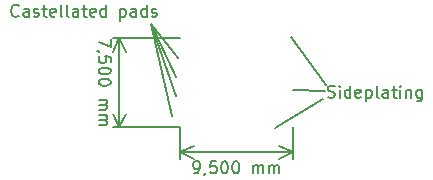
<source format=gbr>
G04 #@! TF.GenerationSoftware,KiCad,Pcbnew,(5.1.4)-1*
G04 #@! TF.CreationDate,2021-03-14T16:47:26+01:00*
G04 #@! TF.ProjectId,zepto_receiver_elrs,7a657074-6f5f-4726-9563-65697665725f,rev?*
G04 #@! TF.SameCoordinates,Original*
G04 #@! TF.FileFunction,Other,Comment*
%FSLAX46Y46*%
G04 Gerber Fmt 4.6, Leading zero omitted, Abs format (unit mm)*
G04 Created by KiCad (PCBNEW (5.1.4)-1) date 2021-03-14 16:47:26*
%MOMM*%
%LPD*%
G04 APERTURE LIST*
%ADD10C,0.150000*%
G04 APERTURE END LIST*
D10*
X117850000Y-49750000D02*
X119600000Y-57600000D01*
X117850000Y-49750000D02*
X119950000Y-55900000D01*
X117850000Y-49750000D02*
X119900000Y-54250000D01*
X117850000Y-49750000D02*
X120100000Y-52650000D01*
X106602380Y-49057142D02*
X106554761Y-49104761D01*
X106411904Y-49152380D01*
X106316666Y-49152380D01*
X106173809Y-49104761D01*
X106078571Y-49009523D01*
X106030952Y-48914285D01*
X105983333Y-48723809D01*
X105983333Y-48580952D01*
X106030952Y-48390476D01*
X106078571Y-48295238D01*
X106173809Y-48200000D01*
X106316666Y-48152380D01*
X106411904Y-48152380D01*
X106554761Y-48200000D01*
X106602380Y-48247619D01*
X107459523Y-49152380D02*
X107459523Y-48628571D01*
X107411904Y-48533333D01*
X107316666Y-48485714D01*
X107126190Y-48485714D01*
X107030952Y-48533333D01*
X107459523Y-49104761D02*
X107364285Y-49152380D01*
X107126190Y-49152380D01*
X107030952Y-49104761D01*
X106983333Y-49009523D01*
X106983333Y-48914285D01*
X107030952Y-48819047D01*
X107126190Y-48771428D01*
X107364285Y-48771428D01*
X107459523Y-48723809D01*
X107888095Y-49104761D02*
X107983333Y-49152380D01*
X108173809Y-49152380D01*
X108269047Y-49104761D01*
X108316666Y-49009523D01*
X108316666Y-48961904D01*
X108269047Y-48866666D01*
X108173809Y-48819047D01*
X108030952Y-48819047D01*
X107935714Y-48771428D01*
X107888095Y-48676190D01*
X107888095Y-48628571D01*
X107935714Y-48533333D01*
X108030952Y-48485714D01*
X108173809Y-48485714D01*
X108269047Y-48533333D01*
X108602380Y-48485714D02*
X108983333Y-48485714D01*
X108745238Y-48152380D02*
X108745238Y-49009523D01*
X108792857Y-49104761D01*
X108888095Y-49152380D01*
X108983333Y-49152380D01*
X109697619Y-49104761D02*
X109602380Y-49152380D01*
X109411904Y-49152380D01*
X109316666Y-49104761D01*
X109269047Y-49009523D01*
X109269047Y-48628571D01*
X109316666Y-48533333D01*
X109411904Y-48485714D01*
X109602380Y-48485714D01*
X109697619Y-48533333D01*
X109745238Y-48628571D01*
X109745238Y-48723809D01*
X109269047Y-48819047D01*
X110316666Y-49152380D02*
X110221428Y-49104761D01*
X110173809Y-49009523D01*
X110173809Y-48152380D01*
X110840476Y-49152380D02*
X110745238Y-49104761D01*
X110697619Y-49009523D01*
X110697619Y-48152380D01*
X111650000Y-49152380D02*
X111650000Y-48628571D01*
X111602380Y-48533333D01*
X111507142Y-48485714D01*
X111316666Y-48485714D01*
X111221428Y-48533333D01*
X111650000Y-49104761D02*
X111554761Y-49152380D01*
X111316666Y-49152380D01*
X111221428Y-49104761D01*
X111173809Y-49009523D01*
X111173809Y-48914285D01*
X111221428Y-48819047D01*
X111316666Y-48771428D01*
X111554761Y-48771428D01*
X111650000Y-48723809D01*
X111983333Y-48485714D02*
X112364285Y-48485714D01*
X112126190Y-48152380D02*
X112126190Y-49009523D01*
X112173809Y-49104761D01*
X112269047Y-49152380D01*
X112364285Y-49152380D01*
X113078571Y-49104761D02*
X112983333Y-49152380D01*
X112792857Y-49152380D01*
X112697619Y-49104761D01*
X112650000Y-49009523D01*
X112650000Y-48628571D01*
X112697619Y-48533333D01*
X112792857Y-48485714D01*
X112983333Y-48485714D01*
X113078571Y-48533333D01*
X113126190Y-48628571D01*
X113126190Y-48723809D01*
X112650000Y-48819047D01*
X113983333Y-49152380D02*
X113983333Y-48152380D01*
X113983333Y-49104761D02*
X113888095Y-49152380D01*
X113697619Y-49152380D01*
X113602380Y-49104761D01*
X113554761Y-49057142D01*
X113507142Y-48961904D01*
X113507142Y-48676190D01*
X113554761Y-48580952D01*
X113602380Y-48533333D01*
X113697619Y-48485714D01*
X113888095Y-48485714D01*
X113983333Y-48533333D01*
X115221428Y-48485714D02*
X115221428Y-49485714D01*
X115221428Y-48533333D02*
X115316666Y-48485714D01*
X115507142Y-48485714D01*
X115602380Y-48533333D01*
X115650000Y-48580952D01*
X115697619Y-48676190D01*
X115697619Y-48961904D01*
X115650000Y-49057142D01*
X115602380Y-49104761D01*
X115507142Y-49152380D01*
X115316666Y-49152380D01*
X115221428Y-49104761D01*
X116554761Y-49152380D02*
X116554761Y-48628571D01*
X116507142Y-48533333D01*
X116411904Y-48485714D01*
X116221428Y-48485714D01*
X116126190Y-48533333D01*
X116554761Y-49104761D02*
X116459523Y-49152380D01*
X116221428Y-49152380D01*
X116126190Y-49104761D01*
X116078571Y-49009523D01*
X116078571Y-48914285D01*
X116126190Y-48819047D01*
X116221428Y-48771428D01*
X116459523Y-48771428D01*
X116554761Y-48723809D01*
X117459523Y-49152380D02*
X117459523Y-48152380D01*
X117459523Y-49104761D02*
X117364285Y-49152380D01*
X117173809Y-49152380D01*
X117078571Y-49104761D01*
X117030952Y-49057142D01*
X116983333Y-48961904D01*
X116983333Y-48676190D01*
X117030952Y-48580952D01*
X117078571Y-48533333D01*
X117173809Y-48485714D01*
X117364285Y-48485714D01*
X117459523Y-48533333D01*
X117888095Y-49104761D02*
X117983333Y-49152380D01*
X118173809Y-49152380D01*
X118269047Y-49104761D01*
X118316666Y-49009523D01*
X118316666Y-48961904D01*
X118269047Y-48866666D01*
X118173809Y-48819047D01*
X118030952Y-48819047D01*
X117935714Y-48771428D01*
X117888095Y-48676190D01*
X117888095Y-48628571D01*
X117935714Y-48533333D01*
X118030952Y-48485714D01*
X118173809Y-48485714D01*
X118269047Y-48533333D01*
X128350000Y-58550000D02*
X132400000Y-56100000D01*
X132550000Y-55450000D02*
X129850000Y-55350000D01*
X132600000Y-54900000D02*
X129650000Y-50850000D01*
X132800000Y-55954761D02*
X132942857Y-56002380D01*
X133180952Y-56002380D01*
X133276190Y-55954761D01*
X133323809Y-55907142D01*
X133371428Y-55811904D01*
X133371428Y-55716666D01*
X133323809Y-55621428D01*
X133276190Y-55573809D01*
X133180952Y-55526190D01*
X132990476Y-55478571D01*
X132895238Y-55430952D01*
X132847619Y-55383333D01*
X132800000Y-55288095D01*
X132800000Y-55192857D01*
X132847619Y-55097619D01*
X132895238Y-55050000D01*
X132990476Y-55002380D01*
X133228571Y-55002380D01*
X133371428Y-55050000D01*
X133800000Y-56002380D02*
X133800000Y-55335714D01*
X133800000Y-55002380D02*
X133752380Y-55050000D01*
X133800000Y-55097619D01*
X133847619Y-55050000D01*
X133800000Y-55002380D01*
X133800000Y-55097619D01*
X134704761Y-56002380D02*
X134704761Y-55002380D01*
X134704761Y-55954761D02*
X134609523Y-56002380D01*
X134419047Y-56002380D01*
X134323809Y-55954761D01*
X134276190Y-55907142D01*
X134228571Y-55811904D01*
X134228571Y-55526190D01*
X134276190Y-55430952D01*
X134323809Y-55383333D01*
X134419047Y-55335714D01*
X134609523Y-55335714D01*
X134704761Y-55383333D01*
X135561904Y-55954761D02*
X135466666Y-56002380D01*
X135276190Y-56002380D01*
X135180952Y-55954761D01*
X135133333Y-55859523D01*
X135133333Y-55478571D01*
X135180952Y-55383333D01*
X135276190Y-55335714D01*
X135466666Y-55335714D01*
X135561904Y-55383333D01*
X135609523Y-55478571D01*
X135609523Y-55573809D01*
X135133333Y-55669047D01*
X136038095Y-55335714D02*
X136038095Y-56335714D01*
X136038095Y-55383333D02*
X136133333Y-55335714D01*
X136323809Y-55335714D01*
X136419047Y-55383333D01*
X136466666Y-55430952D01*
X136514285Y-55526190D01*
X136514285Y-55811904D01*
X136466666Y-55907142D01*
X136419047Y-55954761D01*
X136323809Y-56002380D01*
X136133333Y-56002380D01*
X136038095Y-55954761D01*
X137085714Y-56002380D02*
X136990476Y-55954761D01*
X136942857Y-55859523D01*
X136942857Y-55002380D01*
X137895238Y-56002380D02*
X137895238Y-55478571D01*
X137847619Y-55383333D01*
X137752380Y-55335714D01*
X137561904Y-55335714D01*
X137466666Y-55383333D01*
X137895238Y-55954761D02*
X137800000Y-56002380D01*
X137561904Y-56002380D01*
X137466666Y-55954761D01*
X137419047Y-55859523D01*
X137419047Y-55764285D01*
X137466666Y-55669047D01*
X137561904Y-55621428D01*
X137800000Y-55621428D01*
X137895238Y-55573809D01*
X138228571Y-55335714D02*
X138609523Y-55335714D01*
X138371428Y-55002380D02*
X138371428Y-55859523D01*
X138419047Y-55954761D01*
X138514285Y-56002380D01*
X138609523Y-56002380D01*
X138942857Y-56002380D02*
X138942857Y-55335714D01*
X138942857Y-55002380D02*
X138895238Y-55050000D01*
X138942857Y-55097619D01*
X138990476Y-55050000D01*
X138942857Y-55002380D01*
X138942857Y-55097619D01*
X139419047Y-55335714D02*
X139419047Y-56002380D01*
X139419047Y-55430952D02*
X139466666Y-55383333D01*
X139561904Y-55335714D01*
X139704761Y-55335714D01*
X139800000Y-55383333D01*
X139847619Y-55478571D01*
X139847619Y-56002380D01*
X140752380Y-55335714D02*
X140752380Y-56145238D01*
X140704761Y-56240476D01*
X140657142Y-56288095D01*
X140561904Y-56335714D01*
X140419047Y-56335714D01*
X140323809Y-56288095D01*
X140752380Y-55954761D02*
X140657142Y-56002380D01*
X140466666Y-56002380D01*
X140371428Y-55954761D01*
X140323809Y-55907142D01*
X140276190Y-55811904D01*
X140276190Y-55526190D01*
X140323809Y-55430952D01*
X140371428Y-55383333D01*
X140466666Y-55335714D01*
X140657142Y-55335714D01*
X140752380Y-55383333D01*
X114397619Y-51035714D02*
X114397619Y-51702380D01*
X113397619Y-51273809D01*
X113445238Y-52130952D02*
X113397619Y-52130952D01*
X113302380Y-52083333D01*
X113254761Y-52035714D01*
X114397619Y-53035714D02*
X114397619Y-52559523D01*
X113921428Y-52511904D01*
X113969047Y-52559523D01*
X114016666Y-52654761D01*
X114016666Y-52892857D01*
X113969047Y-52988095D01*
X113921428Y-53035714D01*
X113826190Y-53083333D01*
X113588095Y-53083333D01*
X113492857Y-53035714D01*
X113445238Y-52988095D01*
X113397619Y-52892857D01*
X113397619Y-52654761D01*
X113445238Y-52559523D01*
X113492857Y-52511904D01*
X114397619Y-53702380D02*
X114397619Y-53797619D01*
X114350000Y-53892857D01*
X114302380Y-53940476D01*
X114207142Y-53988095D01*
X114016666Y-54035714D01*
X113778571Y-54035714D01*
X113588095Y-53988095D01*
X113492857Y-53940476D01*
X113445238Y-53892857D01*
X113397619Y-53797619D01*
X113397619Y-53702380D01*
X113445238Y-53607142D01*
X113492857Y-53559523D01*
X113588095Y-53511904D01*
X113778571Y-53464285D01*
X114016666Y-53464285D01*
X114207142Y-53511904D01*
X114302380Y-53559523D01*
X114350000Y-53607142D01*
X114397619Y-53702380D01*
X114397619Y-54654761D02*
X114397619Y-54750000D01*
X114350000Y-54845238D01*
X114302380Y-54892857D01*
X114207142Y-54940476D01*
X114016666Y-54988095D01*
X113778571Y-54988095D01*
X113588095Y-54940476D01*
X113492857Y-54892857D01*
X113445238Y-54845238D01*
X113397619Y-54750000D01*
X113397619Y-54654761D01*
X113445238Y-54559523D01*
X113492857Y-54511904D01*
X113588095Y-54464285D01*
X113778571Y-54416666D01*
X114016666Y-54416666D01*
X114207142Y-54464285D01*
X114302380Y-54511904D01*
X114350000Y-54559523D01*
X114397619Y-54654761D01*
X113397619Y-56178571D02*
X114064285Y-56178571D01*
X113969047Y-56178571D02*
X114016666Y-56226190D01*
X114064285Y-56321428D01*
X114064285Y-56464285D01*
X114016666Y-56559523D01*
X113921428Y-56607142D01*
X113397619Y-56607142D01*
X113921428Y-56607142D02*
X114016666Y-56654761D01*
X114064285Y-56750000D01*
X114064285Y-56892857D01*
X114016666Y-56988095D01*
X113921428Y-57035714D01*
X113397619Y-57035714D01*
X113397619Y-57511904D02*
X114064285Y-57511904D01*
X113969047Y-57511904D02*
X114016666Y-57559523D01*
X114064285Y-57654761D01*
X114064285Y-57797619D01*
X114016666Y-57892857D01*
X113921428Y-57940476D01*
X113397619Y-57940476D01*
X113921428Y-57940476D02*
X114016666Y-57988095D01*
X114064285Y-58083333D01*
X114064285Y-58226190D01*
X114016666Y-58321428D01*
X113921428Y-58369047D01*
X113397619Y-58369047D01*
X115150000Y-51000000D02*
X115150000Y-58500000D01*
X120300000Y-51000000D02*
X114563579Y-51000000D01*
X120300000Y-58500000D02*
X114563579Y-58500000D01*
X115150000Y-58500000D02*
X114563579Y-57373496D01*
X115150000Y-58500000D02*
X115736421Y-57373496D01*
X115150000Y-51000000D02*
X114563579Y-52126504D01*
X115150000Y-51000000D02*
X115736421Y-52126504D01*
X121478571Y-62402380D02*
X121669047Y-62402380D01*
X121764285Y-62354761D01*
X121811904Y-62307142D01*
X121907142Y-62164285D01*
X121954761Y-61973809D01*
X121954761Y-61592857D01*
X121907142Y-61497619D01*
X121859523Y-61450000D01*
X121764285Y-61402380D01*
X121573809Y-61402380D01*
X121478571Y-61450000D01*
X121430952Y-61497619D01*
X121383333Y-61592857D01*
X121383333Y-61830952D01*
X121430952Y-61926190D01*
X121478571Y-61973809D01*
X121573809Y-62021428D01*
X121764285Y-62021428D01*
X121859523Y-61973809D01*
X121907142Y-61926190D01*
X121954761Y-61830952D01*
X122430952Y-62354761D02*
X122430952Y-62402380D01*
X122383333Y-62497619D01*
X122335714Y-62545238D01*
X123335714Y-61402380D02*
X122859523Y-61402380D01*
X122811904Y-61878571D01*
X122859523Y-61830952D01*
X122954761Y-61783333D01*
X123192857Y-61783333D01*
X123288095Y-61830952D01*
X123335714Y-61878571D01*
X123383333Y-61973809D01*
X123383333Y-62211904D01*
X123335714Y-62307142D01*
X123288095Y-62354761D01*
X123192857Y-62402380D01*
X122954761Y-62402380D01*
X122859523Y-62354761D01*
X122811904Y-62307142D01*
X124002380Y-61402380D02*
X124097619Y-61402380D01*
X124192857Y-61450000D01*
X124240476Y-61497619D01*
X124288095Y-61592857D01*
X124335714Y-61783333D01*
X124335714Y-62021428D01*
X124288095Y-62211904D01*
X124240476Y-62307142D01*
X124192857Y-62354761D01*
X124097619Y-62402380D01*
X124002380Y-62402380D01*
X123907142Y-62354761D01*
X123859523Y-62307142D01*
X123811904Y-62211904D01*
X123764285Y-62021428D01*
X123764285Y-61783333D01*
X123811904Y-61592857D01*
X123859523Y-61497619D01*
X123907142Y-61450000D01*
X124002380Y-61402380D01*
X124954761Y-61402380D02*
X125050000Y-61402380D01*
X125145238Y-61450000D01*
X125192857Y-61497619D01*
X125240476Y-61592857D01*
X125288095Y-61783333D01*
X125288095Y-62021428D01*
X125240476Y-62211904D01*
X125192857Y-62307142D01*
X125145238Y-62354761D01*
X125050000Y-62402380D01*
X124954761Y-62402380D01*
X124859523Y-62354761D01*
X124811904Y-62307142D01*
X124764285Y-62211904D01*
X124716666Y-62021428D01*
X124716666Y-61783333D01*
X124764285Y-61592857D01*
X124811904Y-61497619D01*
X124859523Y-61450000D01*
X124954761Y-61402380D01*
X126478571Y-62402380D02*
X126478571Y-61735714D01*
X126478571Y-61830952D02*
X126526190Y-61783333D01*
X126621428Y-61735714D01*
X126764285Y-61735714D01*
X126859523Y-61783333D01*
X126907142Y-61878571D01*
X126907142Y-62402380D01*
X126907142Y-61878571D02*
X126954761Y-61783333D01*
X127050000Y-61735714D01*
X127192857Y-61735714D01*
X127288095Y-61783333D01*
X127335714Y-61878571D01*
X127335714Y-62402380D01*
X127811904Y-62402380D02*
X127811904Y-61735714D01*
X127811904Y-61830952D02*
X127859523Y-61783333D01*
X127954761Y-61735714D01*
X128097619Y-61735714D01*
X128192857Y-61783333D01*
X128240476Y-61878571D01*
X128240476Y-62402380D01*
X128240476Y-61878571D02*
X128288095Y-61783333D01*
X128383333Y-61735714D01*
X128526190Y-61735714D01*
X128621428Y-61783333D01*
X128669047Y-61878571D01*
X128669047Y-62402380D01*
X129800000Y-60650000D02*
X120300000Y-60650000D01*
X129800000Y-58500000D02*
X129800000Y-61236421D01*
X120300000Y-58500000D02*
X120300000Y-61236421D01*
X120300000Y-60650000D02*
X121426504Y-60063579D01*
X120300000Y-60650000D02*
X121426504Y-61236421D01*
X129800000Y-60650000D02*
X128673496Y-60063579D01*
X129800000Y-60650000D02*
X128673496Y-61236421D01*
M02*

</source>
